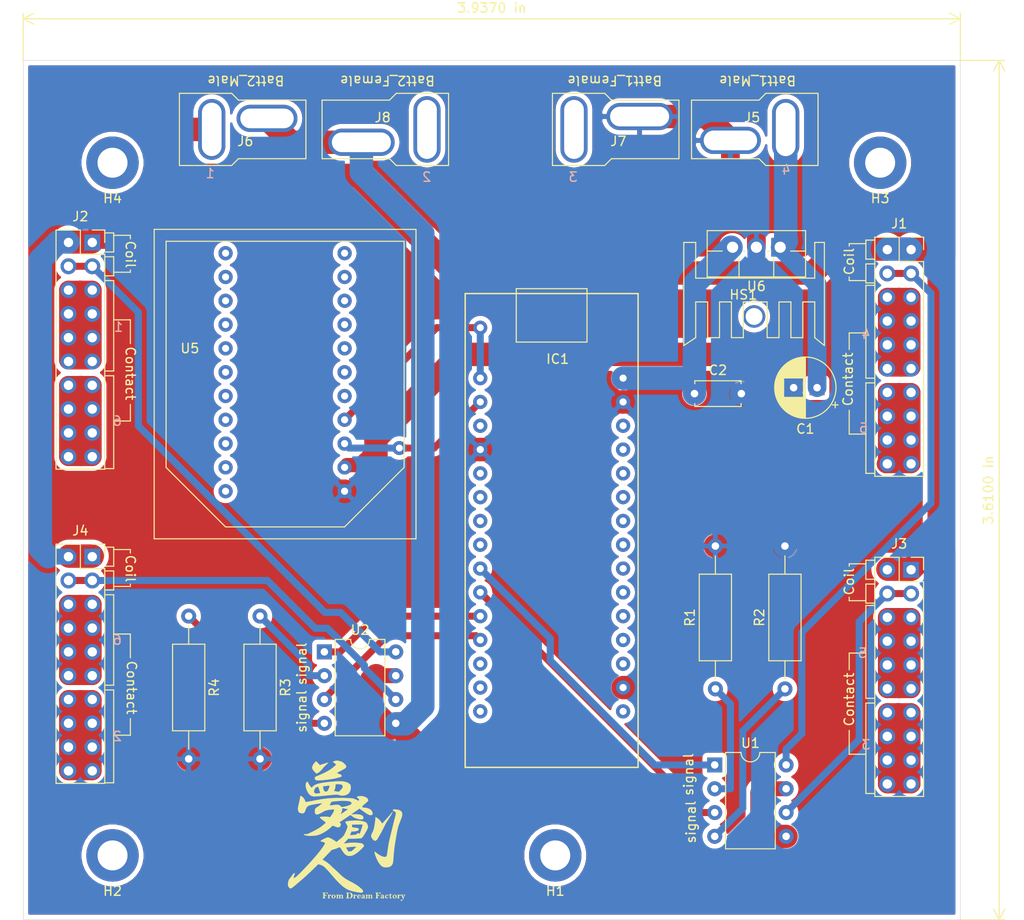
<source format=kicad_pcb>
(kicad_pcb (version 20171130) (host pcbnew "(5.1.0)-1")
  (layers (0 F.Cu signal) (31 B.Cu signal) (34 B.Paste user) (35 F.Paste user) (36 B.SilkS user) (37 F.SilkS user) (38 B.Mask user) (39 F.Mask user) (44 Edge.Cuts user))
  (net 0 "")
  (net 1 2cell)
  (net 2 GND)
  (net 3 +5V)
  (net 4 "Net-(IC1-Pad30)")
  (net 5 "Net-(IC1-Pad29)")
  (net 6 "Net-(IC1-Pad28)")
  (net 7 signal4)
  (net 8 signal3)
  (net 9 signal2)
  (net 10 signal1)
  (net 11 "Net-(IC1-Pad23)")
  (net 12 "Net-(IC1-Pad22)")
  (net 13 "Net-(IC1-Pad21)")
  (net 14 "Net-(IC1-Pad20)")
  (net 15 "Net-(IC1-Pad18)")
  (net 16 serial_rx)
  (net 17 serial_tx)
  (net 18 "Net-(IC1-Pad15)")
  (net 19 +3V3)
  (net 20 "Net-(IC1-Pad13)")
  (net 21 "Net-(IC1-Pad12)")
  (net 22 "Net-(IC1-Pad11)")
  (net 23 "Net-(IC1-Pad10)")
  (net 24 "Net-(IC1-Pad9)")
  (net 25 "Net-(IC1-Pad3)")
  (net 26 "Net-(IC1-Pad8)")
  (net 27 "Net-(IC1-Pad7)")
  (net 28 "Net-(IC1-Pad6)")
  (net 29 "Net-(IC1-Pad5)")
  (net 30 "Net-(IC1-Pad4)")
  (net 31 3cell)
  (net 32 coil1b)
  (net 33 coil3b)
  (net 34 2cell_out)
  (net 35 coil2b)
  (net 36 3cell_out)
  (net 37 coil4b)
  (net 38 GNDPWR)
  (net 39 "Net-(R1-Pad1)")
  (net 40 "Net-(R2-Pad1)")
  (net 41 "Net-(R3-Pad1)")
  (net 42 "Net-(R4-Pad1)")
  (net 43 "Net-(U5-Pad5)")
  (net 44 "Net-(U5-Pad6)")
  (net 45 "Net-(U5-Pad7)")
  (net 46 "Net-(U5-Pad8)")
  (net 47 "Net-(U5-Pad9)")
  (net 48 "Net-(U5-Pad10)")
  (net 49 "Net-(U5-Pad11)")
  (net 50 "Net-(U5-Pad12)")
  (net 51 "Net-(U5-Pad13)")
  (net 52 "Net-(U5-Pad14)")
  (net 53 "Net-(U5-Pad15)")
  (net 54 "Net-(U5-Pad16)")
  (net 55 "Net-(U5-Pad17)")
  (net 56 "Net-(U5-Pad18)")
  (net 57 "Net-(U5-Pad19)")
  (net 58 "Net-(U5-Pad20)")
  (net 59 "Net-(U5-Pad21)")
  (net 60 "Net-(U5-Pad22)")
  (net 61 contact1a)
  (net 62 contact1b)
  (net 63 contact2a)
  (net 64 contact2b)
  (net 65 contact3b)
  (net 66 contact3a)
  (net 67 contact4b)
  (net 68 contact4a)
  (module logos:musojin5 (layer F.Cu) (at 34.417 85.979)
    (fp_text reference G*** hide)
    (fp_text value LOGO hide)
  )
  (module Connector_PinSocket_2.54mm:PinSocket_2x10_P2.54mm_Vertical (layer F.Cu) (at 94.742 24.003)
    (fp_text reference J1 (at -1.27 -2.77) (layer F.SilkS))
    (fp_text value Conn_02x10_Odd_Even)
    (pad 1 thru_hole rect (at 0 0) (size 1.7 1.7) (drill 1) (layers *.Cu *.Mask) (net 31 3cell))
    (pad 2 thru_hole oval (at -2.54 0) (size 1.7 1.7) (drill 1) (layers *.Cu *.Mask) (net 31 3cell))
    (pad 3 thru_hole oval (at 0 2.54) (size 1.7 1.7) (drill 1) (layers *.Cu *.Mask) (net 32 coil1b))
    (pad 4 thru_hole oval (at -2.54 2.54) (size 1.7 1.7) (drill 1) (layers *.Cu *.Mask) (net 32 coil1b))
    (pad 5 thru_hole oval (at 0 5.08) (size 1.7 1.7) (drill 1) (layers *.Cu *.Mask) (net 61 contact1a))
    (pad 6 thru_hole oval (at -2.54 5.08) (size 1.7 1.7) (drill 1) (layers *.Cu *.Mask) (net 61 contact1a))
    (pad 7 thru_hole oval (at 0 7.62) (size 1.7 1.7) (drill 1) (layers *.Cu *.Mask) (net 61 contact1a))
    (pad 8 thru_hole oval (at -2.54 7.62) (size 1.7 1.7) (drill 1) (layers *.Cu *.Mask) (net 61 contact1a))
    (pad 9 thru_hole oval (at 0 10.16) (size 1.7 1.7) (drill 1) (layers *.Cu *.Mask) (net 61 contact1a))
    (pad 10 thru_hole oval (at -2.54 10.16) (size 1.7 1.7) (drill 1) (layers *.Cu *.Mask) (net 61 contact1a))
    (pad 11 thru_hole oval (at 0 12.7) (size 1.7 1.7) (drill 1) (layers *.Cu *.Mask) (net 61 contact1a))
    (pad 12 thru_hole oval (at -2.54 12.7) (size 1.7 1.7) (drill 1) (layers *.Cu *.Mask) (net 61 contact1a))
    (pad 13 thru_hole oval (at 0 15.24) (size 1.7 1.7) (drill 1) (layers *.Cu *.Mask) (net 62 contact1b))
    (pad 14 thru_hole oval (at -2.54 15.24) (size 1.7 1.7) (drill 1) (layers *.Cu *.Mask) (net 62 contact1b))
    (pad 15 thru_hole oval (at 0 17.78) (size 1.7 1.7) (drill 1) (layers *.Cu *.Mask) (net 62 contact1b))
    (pad 16 thru_hole oval (at -2.54 17.78) (size 1.7 1.7) (drill 1) (layers *.Cu *.Mask) (net 62 contact1b))
    (pad 17 thru_hole oval (at 0 20.32) (size 1.7 1.7) (drill 1) (layers *.Cu *.Mask) (net 62 contact1b))
    (pad 18 thru_hole oval (at -2.54 20.32) (size 1.7 1.7) (drill 1) (layers *.Cu *.Mask) (net 62 contact1b))
    (pad 19 thru_hole oval (at 0 22.86) (size 1.7 1.7) (drill 1) (layers *.Cu *.Mask) (net 62 contact1b))
    (pad 20 thru_hole oval (at -2.54 22.86) (size 1.7 1.7) (drill 1) (layers *.Cu *.Mask) (net 62 contact1b))
  )
  (module Capacitor_THT:CP_Radial_D6.3mm_P2.50mm (layer F.Cu) (at 84.709 38.735 180)
    (fp_text reference C1 (at 1.25 -4.4 180) (layer F.SilkS))
    (fp_text value CP1)
    (pad 1 thru_hole rect (at 0 0 180) (size 1.6 1.6) (drill 0.8) (layers *.Cu *.Mask) (net 1 2cell))
    (pad 2 thru_hole circle (at 2.5 0 180) (size 1.6 1.6) (drill 0.8) (layers *.Cu *.Mask) (net 2 GND))
  )
  (module Capacitor_THT:C_Disc_D4.7mm_W2.5mm_P5.00mm (layer F.Cu) (at 71.628 39.37)
    (fp_text reference C2 (at 2.5 -2.5) (layer F.SilkS))
    (fp_text value C)
    (pad 1 thru_hole circle (at 0 0) (size 1.6 1.6) (drill 0.8) (layers *.Cu *.Mask) (net 3 +5V))
    (pad 2 thru_hole circle (at 5 0) (size 1.6 1.6) (drill 0.8) (layers *.Cu *.Mask) (net 2 GND))
  )
  (module MountingHole:MountingHole_3.2mm_M3_DIN965_Pad (layer F.Cu) (at 56.769 88.646 180)
    (fp_text reference H1 (at 0 -3.8 180) (layer F.SilkS))
    (fp_text value MountingHole)
    (pad 1 thru_hole circle (at 0 0 180) (size 5.6 5.6) (drill 3.2) (layers *.Cu *.Mask))
  )
  (module MountingHole:MountingHole_3.2mm_M3_DIN965_Pad (layer F.Cu) (at 9.525 88.646 180)
    (fp_text reference H2 (at 0 -3.8 180) (layer F.SilkS))
    (fp_text value MountingHole)
    (pad 1 thru_hole circle (at 0 0 180) (size 5.6 5.6) (drill 3.2) (layers *.Cu *.Mask))
  )
  (module MountingHole:MountingHole_3.2mm_M3_DIN965_Pad (layer F.Cu) (at 91.44 14.732 180)
    (fp_text reference H3 (at 0 -3.8 180) (layer F.SilkS))
    (fp_text value MountingHole)
    (pad 1 thru_hole circle (at 0 0 180) (size 5.6 5.6) (drill 3.2) (layers *.Cu *.Mask))
  )
  (module MountingHole:MountingHole_3.2mm_M3_DIN965_Pad (layer F.Cu) (at 9.525 14.732 180)
    (fp_text reference H4 (at 0 -3.8 180) (layer F.SilkS))
    (fp_text value MountingHole)
    (pad 1 thru_hole circle (at 0 0 180) (size 5.6 5.6) (drill 3.2) (layers *.Cu *.Mask))
  )
  (module Heatsink_alpha:Heatsink1 (layer F.Cu) (at 70.487 23.237)
    (fp_text reference HS1 (at 6.35 5.58) (layer F.SilkS))
    (fp_text value Heatsink)
    (pad 1 thru_hole circle (at 7.5 7.9) (size 2.4 2.4) (drill 1.8) (layers *.Cu *.Mask))
  )
  (module NUCLEO3:NUCLEO-F303K8 (layer F.Cu) (at 64.008 37.719)
    (fp_text reference IC1 (at -6.985 -2.04) (layer F.SilkS))
    (fp_text value NUCLEO-F303K8)
    (pad 30 thru_hole circle (at -15.24 35.56) (size 1.524 1.524) (drill 0.762) (layers *.Cu *.Mask) (net 4 "Net-(IC1-Pad30)"))
    (pad 29 thru_hole circle (at -15.24 33.02) (size 1.524 1.524) (drill 0.762) (layers *.Cu *.Mask) (net 5 "Net-(IC1-Pad29)"))
    (pad 28 thru_hole circle (at -15.24 30.48) (size 1.524 1.524) (drill 0.762) (layers *.Cu *.Mask) (net 6 "Net-(IC1-Pad28)"))
    (pad 27 thru_hole circle (at -15.24 27.94) (size 1.524 1.524) (drill 0.762) (layers *.Cu *.Mask) (net 7 signal4))
    (pad 26 thru_hole circle (at -15.24 25.4) (size 1.524 1.524) (drill 0.762) (layers *.Cu *.Mask) (net 8 signal3))
    (pad 25 thru_hole circle (at -15.24 22.86) (size 1.524 1.524) (drill 0.762) (layers *.Cu *.Mask) (net 9 signal2))
    (pad 24 thru_hole circle (at -15.24 20.32) (size 1.524 1.524) (drill 0.762) (layers *.Cu *.Mask) (net 10 signal1))
    (pad 23 thru_hole circle (at -15.24 17.78) (size 1.524 1.524) (drill 0.762) (layers *.Cu *.Mask) (net 11 "Net-(IC1-Pad23)"))
    (pad 22 thru_hole circle (at -15.24 15.24) (size 1.524 1.524) (drill 0.762) (layers *.Cu *.Mask) (net 12 "Net-(IC1-Pad22)"))
    (pad 21 thru_hole circle (at -15.24 12.7) (size 1.524 1.524) (drill 0.762) (layers *.Cu *.Mask) (net 13 "Net-(IC1-Pad21)"))
    (pad 20 thru_hole circle (at -15.24 10.16) (size 1.524 1.524) (drill 0.762) (layers *.Cu *.Mask) (net 14 "Net-(IC1-Pad20)"))
    (pad 18 thru_hole circle (at -15.24 5.08) (size 1.524 1.524) (drill 0.762) (layers *.Cu *.Mask) (net 15 "Net-(IC1-Pad18)"))
    (pad 17 thru_hole circle (at -15.24 2.54) (size 1.524 1.524) (drill 0.762) (layers *.Cu *.Mask) (net 16 serial_rx))
    (pad 16 thru_hole circle (at -15.24 0) (size 1.524 1.524) (drill 0.762) (layers *.Cu *.Mask) (net 17 serial_tx))
    (pad 15 thru_hole circle (at 0 35.56) (size 1.524 1.524) (drill 0.762) (layers *.Cu *.Mask) (net 18 "Net-(IC1-Pad15)"))
    (pad 14 thru_hole circle (at 0 33.02) (size 1.524 1.524) (drill 0.762) (layers *.Cu *.Mask) (net 19 +3V3))
    (pad 13 thru_hole circle (at 0 30.48) (size 1.524 1.524) (drill 0.762) (layers *.Cu *.Mask) (net 20 "Net-(IC1-Pad13)"))
    (pad 12 thru_hole circle (at 0 27.94) (size 1.524 1.524) (drill 0.762) (layers *.Cu *.Mask) (net 21 "Net-(IC1-Pad12)"))
    (pad 11 thru_hole circle (at 0 25.4) (size 1.524 1.524) (drill 0.762) (layers *.Cu *.Mask) (net 22 "Net-(IC1-Pad11)"))
    (pad 10 thru_hole circle (at 0 22.86) (size 1.524 1.524) (drill 0.762) (layers *.Cu *.Mask) (net 23 "Net-(IC1-Pad10)"))
    (pad 9 thru_hole circle (at 0 20.32) (size 1.524 1.524) (drill 0.762) (layers *.Cu *.Mask) (net 24 "Net-(IC1-Pad9)"))
    (pad 1 thru_hole circle (at 0 0) (size 1.524 1.524) (drill 0.762) (layers *.Cu *.Mask) (net 3 +5V))
    (pad 2 thru_hole circle (at 0 2.54) (size 1.524 1.524) (drill 0.762) (layers *.Cu *.Mask) (net 2 GND))
    (pad 3 thru_hole circle (at 0 5.08) (size 1.524 1.524) (drill 0.762) (layers *.Cu *.Mask) (net 25 "Net-(IC1-Pad3)"))
    (pad 8 thru_hole circle (at 0 17.78) (size 1.524 1.524) (drill 0.762) (layers *.Cu *.Mask) (net 26 "Net-(IC1-Pad8)"))
    (pad 7 thru_hole circle (at 0 15.24) (size 1.524 1.524) (drill 0.762) (layers *.Cu *.Mask) (net 27 "Net-(IC1-Pad7)"))
    (pad 6 thru_hole circle (at 0 12.7) (size 1.524 1.524) (drill 0.762) (layers *.Cu *.Mask) (net 28 "Net-(IC1-Pad6)"))
    (pad 5 thru_hole circle (at 0 10.16) (size 1.524 1.524) (drill 0.762) (layers *.Cu *.Mask) (net 29 "Net-(IC1-Pad5)"))
    (pad 4 thru_hole circle (at 0 7.62) (size 1.524 1.524) (drill 0.762) (layers *.Cu *.Mask) (net 30 "Net-(IC1-Pad4)"))
    (pad 19 thru_hole circle (at -15.24 7.62) (size 1.524 1.524) (drill 0.762) (layers *.Cu *.Mask) (net 2 GND))
  )
  (module Connector_PinSocket_2.54mm:PinSocket_2x10_P2.54mm_Vertical (layer F.Cu) (at 7.366 23.241)
    (fp_text reference J2 (at -1.27 -2.77) (layer F.SilkS))
    (fp_text value Conn_02x10_Odd_Even)
    (pad 1 thru_hole rect (at 0 0) (size 1.7 1.7) (drill 1) (layers *.Cu *.Mask) (net 31 3cell))
    (pad 2 thru_hole oval (at -2.54 0) (size 1.7 1.7) (drill 1) (layers *.Cu *.Mask) (net 31 3cell))
    (pad 3 thru_hole oval (at 0 2.54) (size 1.7 1.7) (drill 1) (layers *.Cu *.Mask) (net 33 coil3b))
    (pad 4 thru_hole oval (at -2.54 2.54) (size 1.7 1.7) (drill 1) (layers *.Cu *.Mask) (net 33 coil3b))
    (pad 5 thru_hole oval (at 0 5.08) (size 1.7 1.7) (drill 1) (layers *.Cu *.Mask) (net 63 contact2a))
    (pad 6 thru_hole oval (at -2.54 5.08) (size 1.7 1.7) (drill 1) (layers *.Cu *.Mask) (net 63 contact2a))
    (pad 7 thru_hole oval (at 0 7.62) (size 1.7 1.7) (drill 1) (layers *.Cu *.Mask) (net 63 contact2a))
    (pad 8 thru_hole oval (at -2.54 7.62) (size 1.7 1.7) (drill 1) (layers *.Cu *.Mask) (net 63 contact2a))
    (pad 9 thru_hole oval (at 0 10.16) (size 1.7 1.7) (drill 1) (layers *.Cu *.Mask) (net 63 contact2a))
    (pad 10 thru_hole oval (at -2.54 10.16) (size 1.7 1.7) (drill 1) (layers *.Cu *.Mask) (net 63 contact2a))
    (pad 11 thru_hole oval (at 0 12.7) (size 1.7 1.7) (drill 1) (layers *.Cu *.Mask) (net 63 contact2a))
    (pad 12 thru_hole oval (at -2.54 12.7) (size 1.7 1.7) (drill 1) (layers *.Cu *.Mask) (net 63 contact2a))
    (pad 13 thru_hole oval (at 0 15.24) (size 1.7 1.7) (drill 1) (layers *.Cu *.Mask) (net 64 contact2b))
    (pad 14 thru_hole oval (at -2.54 15.24) (size 1.7 1.7) (drill 1) (layers *.Cu *.Mask) (net 64 contact2b))
    (pad 15 thru_hole oval (at 0 17.78) (size 1.7 1.7) (drill 1) (layers *.Cu *.Mask) (net 64 contact2b))
    (pad 16 thru_hole oval (at -2.54 17.78) (size 1.7 1.7) (drill 1) (layers *.Cu *.Mask) (net 64 contact2b))
    (pad 17 thru_hole oval (at 0 20.32) (size 1.7 1.7) (drill 1) (layers *.Cu *.Mask) (net 64 contact2b))
    (pad 18 thru_hole oval (at -2.54 20.32) (size 1.7 1.7) (drill 1) (layers *.Cu *.Mask) (net 64 contact2b))
    (pad 19 thru_hole oval (at 0 22.86) (size 1.7 1.7) (drill 1) (layers *.Cu *.Mask) (net 64 contact2b))
    (pad 20 thru_hole oval (at -2.54 22.86) (size 1.7 1.7) (drill 1) (layers *.Cu *.Mask) (net 64 contact2b))
  )
  (module Connector_PinSocket_2.54mm:PinSocket_2x10_P2.54mm_Vertical (layer F.Cu) (at 94.742 58.166)
    (fp_text reference J3 (at -1.27 -2.77) (layer F.SilkS))
    (fp_text value Conn_02x10_Odd_Even)
    (pad 20 thru_hole oval (at -2.54 22.86) (size 1.7 1.7) (drill 1) (layers *.Cu *.Mask) (net 65 contact3b))
    (pad 19 thru_hole oval (at 0 22.86) (size 1.7 1.7) (drill 1) (layers *.Cu *.Mask) (net 65 contact3b))
    (pad 18 thru_hole oval (at -2.54 20.32) (size 1.7 1.7) (drill 1) (layers *.Cu *.Mask) (net 65 contact3b))
    (pad 17 thru_hole oval (at 0 20.32) (size 1.7 1.7) (drill 1) (layers *.Cu *.Mask) (net 65 contact3b))
    (pad 16 thru_hole oval (at -2.54 17.78) (size 1.7 1.7) (drill 1) (layers *.Cu *.Mask) (net 65 contact3b))
    (pad 15 thru_hole oval (at 0 17.78) (size 1.7 1.7) (drill 1) (layers *.Cu *.Mask) (net 65 contact3b))
    (pad 14 thru_hole oval (at -2.54 15.24) (size 1.7 1.7) (drill 1) (layers *.Cu *.Mask) (net 65 contact3b))
    (pad 13 thru_hole oval (at 0 15.24) (size 1.7 1.7) (drill 1) (layers *.Cu *.Mask) (net 65 contact3b))
    (pad 12 thru_hole oval (at -2.54 12.7) (size 1.7 1.7) (drill 1) (layers *.Cu *.Mask) (net 66 contact3a))
    (pad 11 thru_hole oval (at 0 12.7) (size 1.7 1.7) (drill 1) (layers *.Cu *.Mask) (net 66 contact3a))
    (pad 10 thru_hole oval (at -2.54 10.16) (size 1.7 1.7) (drill 1) (layers *.Cu *.Mask) (net 66 contact3a))
    (pad 9 thru_hole oval (at 0 10.16) (size 1.7 1.7) (drill 1) (layers *.Cu *.Mask) (net 66 contact3a))
    (pad 8 thru_hole oval (at -2.54 7.62) (size 1.7 1.7) (drill 1) (layers *.Cu *.Mask) (net 66 contact3a))
    (pad 7 thru_hole oval (at 0 7.62) (size 1.7 1.7) (drill 1) (layers *.Cu *.Mask) (net 66 contact3a))
    (pad 6 thru_hole oval (at -2.54 5.08) (size 1.7 1.7) (drill 1) (layers *.Cu *.Mask) (net 66 contact3a))
    (pad 5 thru_hole oval (at 0 5.08) (size 1.7 1.7) (drill 1) (layers *.Cu *.Mask) (net 66 contact3a))
    (pad 4 thru_hole oval (at -2.54 2.54) (size 1.7 1.7) (drill 1) (layers *.Cu *.Mask) (net 35 coil2b))
    (pad 3 thru_hole oval (at 0 2.54) (size 1.7 1.7) (drill 1) (layers *.Cu *.Mask) (net 35 coil2b))
    (pad 2 thru_hole oval (at -2.54 0) (size 1.7 1.7) (drill 1) (layers *.Cu *.Mask) (net 31 3cell))
    (pad 1 thru_hole rect (at 0 0) (size 1.7 1.7) (drill 1) (layers *.Cu *.Mask) (net 31 3cell))
  )
  (module Connector_PinSocket_2.54mm:PinSocket_2x10_P2.54mm_Vertical (layer F.Cu) (at 7.366 56.769)
    (fp_text reference J4 (at -1.27 -2.77) (layer F.SilkS))
    (fp_text value Conn_02x10_Odd_Even)
    (pad 20 thru_hole oval (at -2.54 22.86) (size 1.7 1.7) (drill 1) (layers *.Cu *.Mask) (net 67 contact4b))
    (pad 19 thru_hole oval (at 0 22.86) (size 1.7 1.7) (drill 1) (layers *.Cu *.Mask) (net 67 contact4b))
    (pad 18 thru_hole oval (at -2.54 20.32) (size 1.7 1.7) (drill 1) (layers *.Cu *.Mask) (net 67 contact4b))
    (pad 17 thru_hole oval (at 0 20.32) (size 1.7 1.7) (drill 1) (layers *.Cu *.Mask) (net 67 contact4b))
    (pad 16 thru_hole oval (at -2.54 17.78) (size 1.7 1.7) (drill 1) (layers *.Cu *.Mask) (net 67 contact4b))
    (pad 15 thru_hole oval (at 0 17.78) (size 1.7 1.7) (drill 1) (layers *.Cu *.Mask) (net 67 contact4b))
    (pad 14 thru_hole oval (at -2.54 15.24) (size 1.7 1.7) (drill 1) (layers *.Cu *.Mask) (net 67 contact4b))
    (pad 13 thru_hole oval (at 0 15.24) (size 1.7 1.7) (drill 1) (layers *.Cu *.Mask) (net 67 contact4b))
    (pad 12 thru_hole oval (at -2.54 12.7) (size 1.7 1.7) (drill 1) (layers *.Cu *.Mask) (net 68 contact4a))
    (pad 11 thru_hole oval (at 0 12.7) (size 1.7 1.7) (drill 1) (layers *.Cu *.Mask) (net 68 contact4a))
    (pad 10 thru_hole oval (at -2.54 10.16) (size 1.7 1.7) (drill 1) (layers *.Cu *.Mask) (net 68 contact4a))
    (pad 9 thru_hole oval (at 0 10.16) (size 1.7 1.7) (drill 1) (layers *.Cu *.Mask) (net 68 contact4a))
    (pad 8 thru_hole oval (at -2.54 7.62) (size 1.7 1.7) (drill 1) (layers *.Cu *.Mask) (net 68 contact4a))
    (pad 7 thru_hole oval (at 0 7.62) (size 1.7 1.7) (drill 1) (layers *.Cu *.Mask) (net 68 contact4a))
    (pad 6 thru_hole oval (at -2.54 5.08) (size 1.7 1.7) (drill 1) (layers *.Cu *.Mask) (net 68 contact4a))
    (pad 5 thru_hole oval (at 0 5.08) (size 1.7 1.7) (drill 1) (layers *.Cu *.Mask) (net 68 contact4a))
    (pad 4 thru_hole oval (at -2.54 2.54) (size 1.7 1.7) (drill 1) (layers *.Cu *.Mask) (net 37 coil4b))
    (pad 3 thru_hole oval (at 0 2.54) (size 1.7 1.7) (drill 1) (layers *.Cu *.Mask) (net 37 coil4b))
    (pad 2 thru_hole oval (at -2.54 0) (size 1.7 1.7) (drill 1) (layers *.Cu *.Mask) (net 31 3cell))
    (pad 1 thru_hole rect (at 0 0) (size 1.7 1.7) (drill 1) (layers *.Cu *.Mask) (net 31 3cell))
  )
  (module Connector_T:Connector_T_Male (layer F.Cu) (at 82.86 11.176 180)
    (fp_text reference J5 (at 5.08 1.27 180) (layer F.SilkS))
    (fp_text value Conn_01x02_Male)
    (pad 2 thru_hole oval (at 7.4 -1.175 180) (size 6.5 2.9) (drill oval 5.7 2.1) (layers *.Cu *.Mask) (net 2 GND))
    (pad 1 thru_hole oval (at 1.5 0 180) (size 2.9 6.5) (drill oval 2.1 5.7) (layers *.Cu *.Mask) (net 1 2cell))
  )
  (module Connector_T:Connector_T_Male (layer F.Cu) (at 18.613 11.176)
    (fp_text reference J6 (at 5.08 1.27) (layer F.SilkS))
    (fp_text value Conn_01x02_Male)
    (pad 1 thru_hole oval (at 1.5 0) (size 2.9 6.5) (drill oval 2.1 5.7) (layers *.Cu *.Mask) (net 31 3cell))
    (pad 2 thru_hole oval (at 7.4 -1.175) (size 6.5 2.9) (drill oval 5.7 2.1) (layers *.Cu *.Mask) (net 38 GNDPWR))
  )
  (module Connector_T:Connector_T_Female (layer F.Cu) (at 58.42 11.176)
    (fp_text reference J7 (at 5.08 1.27) (layer F.SilkS))
    (fp_text value Conn_01x02_Female)
    (pad 2 thru_hole oval (at 7.35 -1.375) (size 7.1 2.9) (drill oval 6.3 2.1) (layers *.Cu *.Mask) (net 2 GND))
    (pad 1 thru_hole oval (at 0.35 0) (size 2.9 7.1) (drill oval 2.1 6.3) (layers *.Cu *.Mask) (net 34 2cell_out))
  )
  (module Connector_T:Connector_T_Female (layer F.Cu) (at 43.434 11.176 180)
    (fp_text reference J8 (at 5.08 1.27 180) (layer F.SilkS))
    (fp_text value Conn_01x02_Female)
    (pad 1 thru_hole oval (at 0.35 0 180) (size 2.9 7.1) (drill oval 2.1 6.3) (layers *.Cu *.Mask) (net 36 3cell_out))
    (pad 2 thru_hole oval (at 7.35 -1.375 180) (size 7.1 2.9) (drill oval 6.3 2.1) (layers *.Cu *.Mask) (net 38 GNDPWR))
  )
  (module Resistor_THT:R_Axial_DIN0309_L9.0mm_D3.2mm_P15.24mm_Horizontal (layer F.Cu) (at 73.857 70.876 90)
    (fp_text reference R1 (at 7.62 -2.72 90) (layer F.SilkS))
    (fp_text value R)
    (pad 1 thru_hole circle (at 0 0 90) (size 1.6 1.6) (drill 0.8) (layers *.Cu *.Mask) (net 39 "Net-(R1-Pad1)"))
    (pad 2 thru_hole oval (at 15.24 0 90) (size 1.6 1.6) (drill 0.8) (layers *.Cu *.Mask) (net 2 GND))
  )
  (module Resistor_THT:R_Axial_DIN0309_L9.0mm_D3.2mm_P15.24mm_Horizontal (layer F.Cu) (at 81.28 70.876 90)
    (fp_text reference R2 (at 7.62 -2.72 90) (layer F.SilkS))
    (fp_text value R)
    (pad 2 thru_hole oval (at 15.24 0 90) (size 1.6 1.6) (drill 0.8) (layers *.Cu *.Mask) (net 2 GND))
    (pad 1 thru_hole circle (at 0 0 90) (size 1.6 1.6) (drill 0.8) (layers *.Cu *.Mask) (net 40 "Net-(R2-Pad1)"))
  )
  (module Resistor_THT:R_Axial_DIN0309_L9.0mm_D3.2mm_P15.24mm_Horizontal (layer F.Cu) (at 25.267 63.109 270)
    (fp_text reference R3 (at 7.62 -2.72 270) (layer F.SilkS))
    (fp_text value R)
    (pad 1 thru_hole circle (at 0 0 270) (size 1.6 1.6) (drill 0.8) (layers *.Cu *.Mask) (net 41 "Net-(R3-Pad1)"))
    (pad 2 thru_hole oval (at 15.24 0 270) (size 1.6 1.6) (drill 0.8) (layers *.Cu *.Mask) (net 2 GND))
  )
  (module Resistor_THT:R_Axial_DIN0309_L9.0mm_D3.2mm_P15.24mm_Horizontal (layer F.Cu) (at 17.653 63.109 270)
    (fp_text reference R4 (at 7.62 -2.72 270) (layer F.SilkS))
    (fp_text value R)
    (pad 2 thru_hole oval (at 15.24 0 270) (size 1.6 1.6) (drill 0.8) (layers *.Cu *.Mask) (net 2 GND))
    (pad 1 thru_hole circle (at 0 0 270) (size 1.6 1.6) (drill 0.8) (layers *.Cu *.Mask) (net 42 "Net-(R4-Pad1)"))
  )
  (module xbee:xbee_pro_s1 (layer F.Cu) (at 33.02 51.054 180)
    (fp_text reference U5 (at 15.24 16.51 180) (layer F.SilkS))
    (fp_text value xbeepros1)
    (pad 1 thru_hole circle (at -1.27 1.27 180) (size 1.524 1.524) (drill 0.762) (layers *.Cu *.Mask) (net 2 GND))
    (pad 2 thru_hole circle (at -1.27 3.81 180) (size 1.524 1.524) (drill 0.762) (layers *.Cu *.Mask) (net 19 +3V3))
    (pad 3 thru_hole circle (at -1.27 6.35 180) (size 1.524 1.524) (drill 0.762) (layers *.Cu *.Mask) (net 16 serial_rx))
    (pad 4 thru_hole circle (at -1.27 8.89 180) (size 1.524 1.524) (drill 0.762) (layers *.Cu *.Mask) (net 17 serial_tx))
    (pad 5 thru_hole circle (at -1.27 11.43 180) (size 1.524 1.524) (drill 0.762) (layers *.Cu *.Mask) (net 43 "Net-(U5-Pad5)"))
    (pad 6 thru_hole circle (at -1.27 13.97 180) (size 1.524 1.524) (drill 0.762) (layers *.Cu *.Mask) (net 44 "Net-(U5-Pad6)"))
    (pad 7 thru_hole circle (at -1.27 16.51 180) (size 1.524 1.524) (drill 0.762) (layers *.Cu *.Mask) (net 45 "Net-(U5-Pad7)"))
    (pad 8 thru_hole circle (at -1.27 19.05 180) (size 1.524 1.524) (drill 0.762) (layers *.Cu *.Mask) (net 46 "Net-(U5-Pad8)"))
    (pad 9 thru_hole circle (at -1.27 21.59 180) (size 1.524 1.524) (drill 0.762) (layers *.Cu *.Mask) (net 47 "Net-(U5-Pad9)"))
    (pad 10 thru_hole circle (at -1.27 24.13 180) (size 1.524 1.524) (drill 0.762) (layers *.Cu *.Mask) (net 48 "Net-(U5-Pad10)"))
    (pad 11 thru_hole circle (at -1.27 26.67 180) (size 1.524 1.524) (drill 0.762) (layers *.Cu *.Mask) (net 49 "Net-(U5-Pad11)"))
    (pad 12 thru_hole circle (at 11.43 26.67 180) (size 1.524 1.524) (drill 0.762) (layers *.Cu *.Mask) (net 50 "Net-(U5-Pad12)"))
    (pad 13 thru_hole circle (at 11.43 24.13 180) (size 1.524 1.524) (drill 0.762) (layers *.Cu *.Mask) (net 51 "Net-(U5-Pad13)"))
    (pad 14 thru_hole circle (at 11.43 21.59 180) (size 1.524 1.524) (drill 0.762) (layers *.Cu *.Mask) (net 52 "Net-(U5-Pad14)"))
    (pad 15 thru_hole circle (at 11.43 19.05 180) (size 1.524 1.524) (drill 0.762) (layers *.Cu *.Mask) (net 53 "Net-(U5-Pad15)"))
    (pad 16 thru_hole circle (at 11.43 16.51 180) (size 1.524 1.524) (drill 0.762) (layers *.Cu *.Mask) (net 54 "Net-(U5-Pad16)"))
    (pad 17 thru_hole circle (at 11.43 13.97 180) (size 1.524 1.524) (drill 0.762) (layers *.Cu *.Mask) (net 55 "Net-(U5-Pad17)"))
    (pad 18 thru_hole circle (at 11.43 11.43 180) (size 1.524 1.524) (drill 0.762) (layers *.Cu *.Mask) (net 56 "Net-(U5-Pad18)"))
    (pad 19 thru_hole circle (at 11.43 8.89 180) (size 1.524 1.524) (drill 0.762) (layers *.Cu *.Mask) (net 57 "Net-(U5-Pad19)"))
    (pad 20 thru_hole circle (at 11.43 6.35 180) (size 1.524 1.524) (drill 0.762) (layers *.Cu *.Mask) (net 58 "Net-(U5-Pad20)"))
    (pad 21 thru_hole circle (at 11.43 3.81 180) (size 1.524 1.524) (drill 0.762) (layers *.Cu *.Mask) (net 59 "Net-(U5-Pad21)"))
    (pad 22 thru_hole circle (at 11.43 1.27 180) (size 1.524 1.524) (drill 0.762) (layers *.Cu *.Mask) (net 60 "Net-(U5-Pad22)"))
  )
  (module Package_TO_SOT_THT:TO-220F-3_Vertical (layer F.Cu) (at 80.772 23.749 180)
    (fp_text reference U6 (at 2.54 -4.1675 180) (layer F.SilkS))
    (fp_text value L7805)
    (pad 1 thru_hole rect (at 0 0 180) (size 1.905 2) (drill 1.2) (layers *.Cu *.Mask) (net 1 2cell))
    (pad 2 thru_hole oval (at 2.54 0 180) (size 1.905 2) (drill 1.2) (layers *.Cu *.Mask) (net 2 GND))
    (pad 3 thru_hole oval (at 5.08 0 180) (size 1.905 2) (drill 1.2) (layers *.Cu *.Mask) (net 3 +5V))
  )
  (module Package_DIP:DIP-8_W7.62mm (layer F.Cu) (at 32.131 66.929)
    (fp_text reference U2 (at 3.81 -2.33) (layer F.SilkS))
    (fp_text value TLP627-2)
    (pad 1 thru_hole rect (at 0 0) (size 1.6 1.6) (drill 0.8) (layers *.Cu *.Mask) (net 8 signal3))
    (pad 5 thru_hole oval (at 7.62 7.62) (size 1.6 1.6) (drill 0.8) (layers *.Cu *.Mask) (net 38 GNDPWR))
    (pad 2 thru_hole oval (at 0 2.54) (size 1.6 1.6) (drill 0.8) (layers *.Cu *.Mask) (net 41 "Net-(R3-Pad1)"))
    (pad 6 thru_hole oval (at 7.62 5.08) (size 1.6 1.6) (drill 0.8) (layers *.Cu *.Mask) (net 37 coil4b))
    (pad 3 thru_hole oval (at 0 5.08) (size 1.6 1.6) (drill 0.8) (layers *.Cu *.Mask) (net 7 signal4))
    (pad 7 thru_hole oval (at 7.62 2.54) (size 1.6 1.6) (drill 0.8) (layers *.Cu *.Mask) (net 38 GNDPWR))
    (pad 4 thru_hole oval (at 0 7.62) (size 1.6 1.6) (drill 0.8) (layers *.Cu *.Mask) (net 42 "Net-(R4-Pad1)"))
    (pad 8 thru_hole oval (at 7.62 0) (size 1.6 1.6) (drill 0.8) (layers *.Cu *.Mask) (net 33 coil3b))
  )
  (module Package_DIP:DIP-8_W7.62mm (layer F.Cu) (at 73.787 78.994)
    (fp_text reference U1 (at 3.81 -2.33) (layer F.SilkS))
    (fp_text value TLP627-2)
    (pad 1 thru_hole rect (at 0 0) (size 1.6 1.6) (drill 0.8) (layers *.Cu *.Mask) (net 10 signal1))
    (pad 5 thru_hole oval (at 7.62 7.62) (size 1.6 1.6) (drill 0.8) (layers *.Cu *.Mask) (net 38 GNDPWR))
    (pad 2 thru_hole oval (at 0 2.54) (size 1.6 1.6) (drill 0.8) (layers *.Cu *.Mask) (net 39 "Net-(R1-Pad1)"))
    (pad 6 thru_hole oval (at 7.62 5.08) (size 1.6 1.6) (drill 0.8) (layers *.Cu *.Mask) (net 35 coil2b))
    (pad 3 thru_hole oval (at 0 5.08) (size 1.6 1.6) (drill 0.8) (layers *.Cu *.Mask) (net 9 signal2))
    (pad 7 thru_hole oval (at 7.62 2.54) (size 1.6 1.6) (drill 0.8) (layers *.Cu *.Mask) (net 38 GNDPWR))
    (pad 4 thru_hole oval (at 0 7.62) (size 1.6 1.6) (drill 0.8) (layers *.Cu *.Mask) (net 40 "Net-(R2-Pad1)"))
    (pad 8 thru_hole oval (at 7.62 0) (size 1.6 1.6) (drill 0.8) (layers *.Cu *.Mask) (net 32 coil1b))
  )
  (dimension 91.694 (width 0.12) (layer F.SilkS) (gr_text "91.694 mm" (at 105.41 49.657 270) (layer F.SilkS) (effects (font (size 1 1) (thickness 0.15)))) (feature1 (pts (xy 100 95.504) (xy 104.726421 95.504))) (feature2 (pts (xy 100 3.81) (xy 104.726421 3.81))) (crossbar (pts (xy 104.14 3.81) (xy 104.14 95.504))) (arrow1a (pts (xy 104.14 95.504) (xy 103.553579 94.377496))) (arrow1b (pts (xy 104.14 95.504) (xy 104.726421 94.377496))) (arrow2a (pts (xy 104.14 3.81) (xy 103.553579 4.936504))) (arrow2b (pts (xy 104.14 3.81) (xy 104.726421 4.936504))))
  (dimension 100 (width 0.12) (layer F.SilkS) (gr_text "100.000 mm" (at 50 -1.905) (layer F.SilkS) (effects (font (size 1 1) (thickness 0.15)))) (feature1 (pts (xy 100 3.81) (xy 100 -1.221421))) (feature2 (pts (xy 0 3.81) (xy 0 -1.221421))) (crossbar (pts (xy 0 -0.635) (xy 100 -0.635))) (arrow1a (pts (xy 100 -0.635) (xy 98.873496 -0.048579))) (arrow1b (pts (xy 100 -0.635) (xy 98.873496 -1.221421))) (arrow2a (pts (xy 0 -0.635) (xy 1.126504 -0.048579))) (arrow2b (pts (xy 0 -0.635) (xy 1.126504 -1.221421))))
  (gr_text 2 (at 10.033 75.946) (layer B.SilkS) (effects (font (size 1 1)) (justify mirror)))
  (gr_text 1 (at 10.16 32.258) (layer B.SilkS) (effects (font (size 1 1)) (justify mirror)))
  (gr_text 3 (at 89.916 76.835) (layer B.SilkS) (effects (font (size 1 1)) (justify mirror)))
  (gr_text 4 (at 89.916 33.02) (layer B.SilkS) (effects (font (size 1 1)) (justify mirror)))
  (gr_text 5 (at 89.535 67.056) (layer B.SilkS) (effects (font (size 1 1)) (justify mirror)))
  (gr_text 6 (at 10.033 42.291) (layer B.SilkS) (effects (font (size 1 1)) (justify mirror)))
  (gr_text 6 (at 10.033 65.659) (layer B.SilkS) (effects (font (size 1 1)) (justify mirror)))
  (gr_text 5 (at 89.662 43.053) (layer B.SilkS) (effects (font (size 1 1)) (justify mirror)))
  (gr_text 4 (at 81.407 15.494) (layer B.SilkS) (effects (font (size 1 1)) (justify mirror)))
  (gr_text 3 (at 58.674 16.256) (layer B.SilkS) (effects (font (size 1 1)) (justify mirror)))
  (gr_text 2 (at 43.053 16.256) (layer B.SilkS) (effects (font (size 1 1)) (justify mirror)))
  (gr_text 1 (at 19.939 15.875) (layer B.SilkS) (effects (font (size 1 1)) (justify mirror)))
  (gr_text signal (at 29.718 73.279 90) (layer F.SilkS) (effects (font (size 1 1))))
  (gr_text signal (at 71.247 85.09 90) (layer F.SilkS) (effects (font (size 1 1))))
  (gr_text signal (at 70.993 80.01 90) (layer F.SilkS) (effects (font (size 1 1))))
  (gr_text signal (at 29.718 68.199 90) (layer F.SilkS) (effects (font (size 1 1))))
  (gr_line (start 89.916 61.722) (end 89.916 59.69) (layer F.SilkS) (width 0.12))
  (gr_line (start 90.805 59.182) (end 89.916 59.182) (layer F.SilkS) (width 0.12))
  (gr_line (start 89.916 59.182) (end 89.916 57.15) (layer F.SilkS) (width 0.12))
  (gr_line (start 89.916 61.468) (end 88.138 61.468) (layer F.SilkS) (width 0.12))
  (gr_line (start 89.916 57.531) (end 88.138 57.531) (layer F.SilkS) (width 0.12))
  (gr_line (start 88.138 57.531) (end 88.138 57.785) (layer F.SilkS) (width 0.12))
  (gr_line (start 89.916 59.69) (end 90.805 59.69) (layer F.SilkS) (width 0.12))
  (gr_line (start 89.916 57.15) (end 90.805 57.15) (layer F.SilkS) (width 0.12))
  (gr_line (start 90.805 61.722) (end 89.916 61.722) (layer F.SilkS) (width 0.12))
  (gr_line (start 88.138 61.468) (end 88.138 61.087) (layer F.SilkS) (width 0.12))
  (gr_text Coil (at 88.138 59.436 90) (layer F.SilkS) (effects (font (size 1 1))))
  (gr_line (start 89.916 27.559) (end 89.916 25.527) (layer F.SilkS) (width 0.12))
  (gr_line (start 90.805 25.019) (end 89.916 25.019) (layer F.SilkS) (width 0.12))
  (gr_line (start 89.916 25.019) (end 89.916 22.987) (layer F.SilkS) (width 0.12))
  (gr_line (start 89.916 27.305) (end 88.138 27.305) (layer F.SilkS) (width 0.12))
  (gr_line (start 89.916 23.368) (end 88.138 23.368) (layer F.SilkS) (width 0.12))
  (gr_line (start 88.138 23.368) (end 88.138 23.622) (layer F.SilkS) (width 0.12))
  (gr_line (start 89.916 25.527) (end 90.805 25.527) (layer F.SilkS) (width 0.12))
  (gr_line (start 89.916 22.987) (end 90.805 22.987) (layer F.SilkS) (width 0.12))
  (gr_line (start 90.805 27.559) (end 89.916 27.559) (layer F.SilkS) (width 0.12))
  (gr_line (start 88.138 27.305) (end 88.138 26.924) (layer F.SilkS) (width 0.12))
  (gr_text Coil (at 88.138 25.273 90) (layer F.SilkS) (effects (font (size 1 1))))
  (gr_line (start 9.652 55.753) (end 9.652 57.785) (layer F.SilkS) (width 0.12))
  (gr_line (start 8.763 58.293) (end 9.652 58.293) (layer F.SilkS) (width 0.12))
  (gr_line (start 9.652 58.293) (end 9.652 60.325) (layer F.SilkS) (width 0.12))
  (gr_line (start 9.652 56.007) (end 11.43 56.007) (layer F.SilkS) (width 0.12))
  (gr_line (start 9.652 59.944) (end 11.43 59.944) (layer F.SilkS) (width 0.12))
  (gr_line (start 11.43 59.944) (end 11.43 59.69) (layer F.SilkS) (width 0.12))
  (gr_line (start 9.652 57.785) (end 8.763 57.785) (layer F.SilkS) (width 0.12))
  (gr_line (start 9.652 60.325) (end 8.763 60.325) (layer F.SilkS) (width 0.12))
  (gr_line (start 8.763 55.753) (end 9.652 55.753) (layer F.SilkS) (width 0.12))
  (gr_line (start 11.43 56.007) (end 11.43 56.388) (layer F.SilkS) (width 0.12))
  (gr_text Coil (at 11.43 58.039 270) (layer F.SilkS) (effects (font (size 1 1))))
  (gr_line (start 11.43 22.479) (end 11.43 22.86) (layer F.SilkS) (width 0.12))
  (gr_line (start 9.652 22.479) (end 11.43 22.479) (layer F.SilkS) (width 0.12))
  (gr_line (start 11.43 26.416) (end 11.43 26.162) (layer F.SilkS) (width 0.12))
  (gr_line (start 9.652 26.416) (end 11.43 26.416) (layer F.SilkS) (width 0.12))
  (gr_line (start 9.652 26.797) (end 8.763 26.797) (layer F.SilkS) (width 0.12))
  (gr_line (start 9.652 24.765) (end 9.652 26.797) (layer F.SilkS) (width 0.12))
  (gr_line (start 8.763 24.765) (end 9.652 24.765) (layer F.SilkS) (width 0.12))
  (gr_line (start 9.652 24.257) (end 8.763 24.257) (layer F.SilkS) (width 0.12))
  (gr_line (start 9.652 22.225) (end 9.652 24.257) (layer F.SilkS) (width 0.12))
  (gr_line (start 8.763 22.225) (end 9.652 22.225) (layer F.SilkS) (width 0.12))
  (gr_line (start 89.916 37.719) (end 89.916 27.813) (layer F.SilkS) (width 0.12))
  (gr_line (start 88.138 32.893) (end 88.138 34.671) (layer F.SilkS) (width 0.12))
  (gr_line (start 89.916 43.688) (end 88.138 43.688) (layer F.SilkS) (width 0.12))
  (gr_line (start 89.916 27.813) (end 90.805 27.813) (layer F.SilkS) (width 0.12))
  (gr_line (start 89.916 38.227) (end 90.805 38.227) (layer F.SilkS) (width 0.12))
  (gr_line (start 90.805 47.879) (end 89.916 47.879) (layer F.SilkS) (width 0.12))
  (gr_line (start 90.805 37.719) (end 89.916 37.719) (layer F.SilkS) (width 0.12))
  (gr_line (start 89.916 32.893) (end 88.138 32.893) (layer F.SilkS) (width 0.12))
  (gr_line (start 89.916 47.879) (end 89.916 38.227) (layer F.SilkS) (width 0.12))
  (gr_line (start 88.138 43.688) (end 88.138 41.148) (layer F.SilkS) (width 0.12))
  (gr_line (start 89.916 71.882) (end 89.916 61.976) (layer F.SilkS) (width 0.12))
  (gr_line (start 88.138 67.056) (end 88.138 68.834) (layer F.SilkS) (width 0.12))
  (gr_line (start 89.916 77.851) (end 88.138 77.851) (layer F.SilkS) (width 0.12))
  (gr_line (start 89.916 61.976) (end 90.805 61.976) (layer F.SilkS) (width 0.12))
  (gr_line (start 89.916 72.39) (end 90.805 72.39) (layer F.SilkS) (width 0.12))
  (gr_line (start 90.805 82.042) (end 89.916 82.042) (layer F.SilkS) (width 0.12))
  (gr_line (start 90.805 71.882) (end 89.916 71.882) (layer F.SilkS) (width 0.12))
  (gr_line (start 89.916 67.056) (end 88.138 67.056) (layer F.SilkS) (width 0.12))
  (gr_line (start 89.916 82.042) (end 89.916 72.39) (layer F.SilkS) (width 0.12))
  (gr_line (start 88.138 77.851) (end 88.138 75.311) (layer F.SilkS) (width 0.12))
  (gr_line (start 9.652 70.993) (end 9.652 80.899) (layer F.SilkS) (width 0.12))
  (gr_line (start 11.43 75.819) (end 11.43 74.041) (layer F.SilkS) (width 0.12))
  (gr_line (start 9.652 65.024) (end 11.43 65.024) (layer F.SilkS) (width 0.12))
  (gr_line (start 9.652 80.899) (end 8.763 80.899) (layer F.SilkS) (width 0.12))
  (gr_line (start 9.652 70.485) (end 8.763 70.485) (layer F.SilkS) (width 0.12))
  (gr_line (start 8.763 60.833) (end 9.652 60.833) (layer F.SilkS) (width 0.12))
  (gr_line (start 8.763 70.993) (end 9.652 70.993) (layer F.SilkS) (width 0.12))
  (gr_line (start 9.652 75.819) (end 11.43 75.819) (layer F.SilkS) (width 0.12))
  (gr_line (start 9.652 60.833) (end 9.652 70.485) (layer F.SilkS) (width 0.12))
  (gr_line (start 11.43 65.024) (end 11.43 67.564) (layer F.SilkS) (width 0.12))
  (gr_line (start 11.43 42.291) (end 11.43 40.513) (layer F.SilkS) (width 0.12))
  (gr_line (start 9.652 42.291) (end 11.43 42.291) (layer F.SilkS) (width 0.12))
  (gr_line (start 11.43 31.496) (end 11.43 34.036) (layer F.SilkS) (width 0.12))
  (gr_line (start 9.652 31.496) (end 11.43 31.496) (layer F.SilkS) (width 0.12))
  (gr_line (start 9.652 47.371) (end 8.763 47.371) (layer F.SilkS) (width 0.12))
  (gr_line (start 9.652 37.465) (end 9.652 47.371) (layer F.SilkS) (width 0.12))
  (gr_line (start 8.763 37.465) (end 9.652 37.465) (layer F.SilkS) (width 0.12))
  (gr_line (start 9.652 36.957) (end 8.763 36.957) (layer F.SilkS) (width 0.12))
  (gr_line (start 9.652 27.305) (end 9.652 36.957) (layer F.SilkS) (width 0.12))
  (gr_line (start 8.763 27.305) (end 9.652 27.305) (layer F.SilkS) (width 0.12))
  (gr_text Contact (at 88.011 37.846 90) (layer F.SilkS) (effects (font (size 1 1))))
  (gr_text Contact (at 88.138 72.009 90) (layer F.SilkS) (effects (font (size 1 1))))
  (gr_text Contact (at 11.557 70.739 270) (layer F.SilkS) (effects (font (size 1 1))))
  (gr_text Contact (at 11.43 37.211 270) (layer F.SilkS) (effects (font (size 1 1))))
  (gr_text Coil (at 11.43 24.511 270) (layer F.SilkS) (effects (font (size 1 1))))
  (gr_text Batt2_Female (at 38.862 5.969 180) (layer F.SilkS) (effects (font (size 1 1))))
  (gr_text Batt2_Male (at 23.749 5.969 180) (layer F.SilkS) (effects (font (size 1 1))))
  (gr_text Batt1_Female (at 63.119 5.969 180) (layer F.SilkS) (effects (font (size 1 1))))
  (gr_text Batt1_Male (at 78.359 5.969 180) (layer F.SilkS) (effects (font (size 1 1))))
  (gr_line (start 100 95.504) (end 0 95.504) (layer Edge.Cuts) (width 0.05))
  (gr_line (start 100 95.504) (end 100 3.81) (layer Edge.Cuts) (width 0.05))
  (gr_line (start 0 3.81) (end 100 3.81) (layer Edge.Cuts) (width 0.05))
  (gr_line (start 0 3.81) (end 0 95.504) (layer Edge.Cuts) (width 0.05))
  (segment (start 81.4369 23.0841) (end 81.36 23.0072) (width 2.5) (layer B.Cu) (net 1))
  (segment (start 81.36 23.0072) (end 81.36 11.176) (width 2.5) (layer B.Cu) (net 1))
  (segment (start 81.4369 23.0841) (end 80.772 23.749) (width 1.9048) (layer B.Cu) (net 1))
  (segment (start 84.709 38.735) (end 84.709 27.686) (width 2) (layer B.Cu) (net 1))
  (segment (start 84.709 27.686) (end 80.772 23.749) (width 2) (layer B.Cu) (net 1))
  (segment (start 65.77 9.801) (end 72.91 9.801) (width 2.5) (layer F.Cu) (net 2))
  (segment (start 72.91 9.801) (end 75.46 12.351) (width 2.5) (layer F.Cu) (net 2))
  (segment (start 81.9444 38.735) (end 81.9444 30.2089) (width 2.5) (layer B.Cu) (net 2))
  (segment (start 81.9444 30.2089) (end 78.232 26.4965) (width 2.5) (layer B.Cu) (net 2))
  (segment (start 81.8213 39.1227) (end 81.9444 38.9996) (width 2.5) (layer B.Cu) (net 2))
  (segment (start 81.9444 38.9996) (end 81.9444 38.735) (width 2.5) (layer B.Cu) (net 2))
  (segment (start 81.9444 38.735) (end 82.209 38.735) (width 1.5998) (layer B.Cu) (net 2))
  (segment (start 78.232 26.4965) (end 78.232 23.749) (width 1.9048) (layer B.Cu) (net 2))
  (segment (start 81.4336 39.5104) (end 81.8213 39.1227) (width 1.5998) (layer B.Cu) (net 2))
  (segment (start 81.28 39.664) (end 81.4336 39.5104) (width 2.5) (layer B.Cu) (net 2))
  (segment (start 81.28 55.636) (end 81.28 39.664) (width 2.5) (layer B.Cu) (net 2))
  (segment (start 76.628 39.37) (end 80.986 39.37) (width 2.5) (layer B.Cu) (net 2))
  (segment (start 80.986 39.37) (end 81.28 39.664) (width 2.5) (layer B.Cu) (net 2))
  (segment (start 34.29 49.784) (end 34.5063 50.0003) (width 2.5) (layer F.Cu) (net 2))
  (segment (start 34.5063 50.0003) (end 42.7251 50.0003) (width 2.5) (layer F.Cu) (net 2))
  (segment (start 42.7251 50.0003) (end 47.3864 45.339) (width 2.5) (layer F.Cu) (net 2))
  (segment (start 47.3864 45.339) (end 48.768 45.339) (width 2.5) (layer F.Cu) (net 2))
  (segment (start 64.008 40.259) (end 66.2002 40.259) (width 2.5) (layer F.Cu) (net 2))
  (segment (start 66.2002 40.259) (end 67.8616 41.9204) (width 2.5) (layer F.Cu) (net 2))
  (segment (start 67.8616 41.9204) (end 74.0776 41.9204) (width 2.5) (layer F.Cu) (net 2))
  (segment (start 74.0776 41.9204) (end 76.628 39.37) (width 2.5) (layer F.Cu) (net 2))
  (segment (start 48.768 45.339) (end 51.4934 45.339) (width 2.5) (layer F.Cu) (net 2))
  (segment (start 51.4934 45.339) (end 56.5734 40.259) (width 2.5) (layer F.Cu) (net 2))
  (segment (start 56.5734 40.259) (end 64.008 40.259) (width 2.5) (layer F.Cu) (net 2))
  (segment (start 17.653 78.349) (end 17.653 75.7987) (width 2.5) (layer F.Cu) (net 2))
  (segment (start 17.653 75.7987) (end 15.0932 73.2389) (width 2.5) (layer F.Cu) (net 2))
  (segment (start 15.0932 73.2389) (end 15.0932 61.9774) (width 2.5) (layer F.Cu) (net 2))
  (segment (start 15.0932 61.9774) (end 27.2866 49.784) (width 2.5) (layer F.Cu) (net 2))
  (segment (start 27.2866 49.784) (end 34.29 49.784) (width 2.5) (layer F.Cu) (net 2))
  (segment (start 17.653 78.349) (end 25.267 78.349) (width 2.5) (layer F.Cu) (net 2))
  (segment (start 81.28 55.636) (end 73.857 55.636) (width 2.5) (layer F.Cu) (net 2))
  (segment (start 75.46 15.801) (end 78.232 18.573) (width 2) (layer F.Cu) (net 2))
  (segment (start 75.46 12.351) (end 75.46 15.801) (width 2) (layer F.Cu) (net 2))
  (segment (start 78.232 18.573) (end 78.232 23.74939) (width 2) (layer F.Cu) (net 2))
  (segment (start 71.628 37.719) (end 71.628 39.37) (width 2.5) (layer B.Cu) (net 3))
  (segment (start 75.529 23.749) (end 71.6281 27.6499) (width 2.5) (layer B.Cu) (net 3))
  (segment (start 71.6281 27.6499) (end 71.6281 37.719) (width 2.5) (layer B.Cu) (net 3))
  (segment (start 71.6281 37.719) (end 71.628 37.719) (width 2.5) (layer B.Cu) (net 3))
  (segment (start 64.008 37.719) (end 71.628 37.719) (width 2.5) (layer B.Cu) (net 3))
  (segment (start 75.529 23.749) (end 75.692 23.749) (width 1.9048) (layer B.Cu) (net 3))
  (segment (start 32.131 72.009) (end 32.131 71.8965) (width 0.75) (layer F.Cu) (net 7))
  (segment (start 32.131 71.8965) (end 38.8198 65.2077) (width 0.75) (layer F.Cu) (net 7))
  (segment (start 38.8198 65.2077) (end 48.3167 65.2077) (width 0.75) (layer F.Cu) (net 7))
  (segment (start 48.3167 65.2077) (end 48.768 65.659) (width 0.75) (layer F.Cu) (net 7))
  (segment (start 32.131 66.929) (end 33.8063 66.929) (width 0.75) (layer F.Cu) (net 8))
  (segment (start 33.8063 66.929) (end 37.6163 63.119) (width 0.75) (layer F.Cu) (net 8))
  (segment (start 37.6163 63.119) (end 48.768 63.119) (width 0.75) (layer F.Cu) (net 8))
  (segment (start 73.787 84.074) (end 72.1117 84.074) (width 0.75) (layer F.Cu) (net 9))
  (segment (start 72.1117 84.074) (end 72.1117 83.9227) (width 0.75) (layer F.Cu) (net 9))
  (segment (start 72.1117 83.9227) (end 48.768 60.579) (width 0.75) (layer F.Cu) (net 9))
  (segment (start 73.787 78.994) (end 67.3918 78.994) (width 0.75) (layer B.Cu) (net 10))
  (segment (start 67.3918 78.994) (end 56.2302 67.8324) (width 0.75) (layer B.Cu) (net 10))
  (segment (start 56.2302 67.8324) (end 56.2302 65.5012) (width 0.75) (layer B.Cu) (net 10))
  (segment (start 56.2302 65.5012) (end 48.768 58.039) (width 0.75) (layer B.Cu) (net 10))
  (segment (start 40.1366 45.1797) (end 34.7657 45.1797) (width 0.75) (layer B.Cu) (net 16))
  (segment (start 34.7657 45.1797) (end 34.29 44.704) (width 0.75) (layer B.Cu) (net 16))
  (segment (start 48.768 40.259) (end 43.8473 45.1797) (width 0.75) (layer F.Cu) (net 16))
  (segment (start 43.8473 45.1797) (end 40.1366 45.1797) (width 0.75) (layer F.Cu) (net 16))
  (via (at 40.1366 45.1797) (size 1.5) (drill 0.75) (layers F.Cu B.Cu) (net 16))
  (segment (start 34.29 42.164) (end 44.1231 32.3309) (width 0.75) (layer F.Cu) (net 17))
  (segment (start 44.1231 32.3309) (end 48.768 32.3309) (width 0.75) (layer F.Cu) (net 17))
  (segment (start 48.768 37.719) (end 48.768 32.3309) (width 0.75) (layer B.Cu) (net 17))
  (via (at 48.768 32.3309) (size 1.5) (drill 0.75) (layers F.Cu B.Cu) (net 17))
  (segment (start 64.008 70.739) (end 65.0287 70.739) (width 2.5) (layer F.Cu) (net 19))
  (segment (start 65.0287 70.739) (end 69.8039 65.9638) (width 2.5) (layer F.Cu) (net 19))
  (segment (start 69.8039 65.9638) (end 69.8039 55.1633) (width 2.5) (layer F.Cu) (net 19))
  (segment (start 69.8039 55.1633) (end 79.6435 45.3237) (width 2.5) (layer F.Cu) (net 19))
  (segment (start 79.6435 45.3237) (end 79.6435 38.1227) (width 2.5) (layer F.Cu) (net 19))
  (segment (start 79.6435 38.1227) (end 76.7029 35.1821) (width 2.5) (layer F.Cu) (net 19))
  (segment (start 76.7029 35.1821) (end 46.5983 35.1821) (width 2.5) (layer F.Cu) (net 19))
  (segment (start 46.5983 35.1821) (end 37.6363 44.1441) (width 2.5) (layer F.Cu) (net 19))
  (segment (start 37.6363 44.1441) (end 37.6363 45.9361) (width 2.5) (layer F.Cu) (net 19))
  (segment (start 37.6363 45.9361) (end 36.5724 47) (width 2.5) (layer F.Cu) (net 19))
  (segment (start 36.5724 47) (end 34.534 47) (width 1.5238) (layer F.Cu) (net 19))
  (segment (start 34.534 47) (end 34.29 47.244) (width 1.5238) (layer F.Cu) (net 19))
  (segment (start 94.742 24.003) (end 94.6816 23.9426) (width 1.6998) (layer B.Cu) (net 31))
  (segment (start 92.202 23.9426) (end 94.6816 23.9426) (width 2.5) (layer B.Cu) (net 31))
  (segment (start 92.202 23.9426) (end 92.202 24.003) (width 1.6998) (layer B.Cu) (net 31))
  (segment (start 94.742 58.1056) (end 97.7423 55.1053) (width 2.5) (layer F.Cu) (net 31))
  (segment (start 97.7423 55.1053) (end 97.7423 25.8551) (width 2.5) (layer F.Cu) (net 31))
  (segment (start 97.7423 25.8551) (end 95.8298 23.9426) (width 2.5) (layer F.Cu) (net 31))
  (segment (start 95.8298 23.9426) (end 94.8024 23.9426) (width 2.5) (layer F.Cu) (net 31))
  (segment (start 16.9127 16.0841) (end 35.7116 16.0841) (width 2.5) (layer F.Cu) (net 31))
  (segment (start 35.7116 16.0841) (end 46.1269 26.4994) (width 2.5) (layer F.Cu) (net 31))
  (segment (start 46.1269 26.4994) (end 84.2481 26.4994) (width 2.5) (layer F.Cu) (net 31))
  (segment (start 84.2481 26.4994) (end 86.8049 23.9426) (width 2.5) (layer F.Cu) (net 31))
  (segment (start 86.8049 23.9426) (end 92.1416 23.9426) (width 2.5) (layer F.Cu) (net 31))
  (segment (start 7.9348 22.6722) (end 10.3246 22.6722) (width 2.5) (layer F.Cu) (net 31))
  (segment (start 10.3246 22.6722) (end 16.9127 16.0841) (width 2.5) (layer F.Cu) (net 31))
  (segment (start 16.9127 11.176) (end 16.9127 16.0841) (width 2.5) (layer F.Cu) (net 31))
  (segment (start 92.1416 23.9426) (end 92.202 24.003) (width 1.6998) (layer F.Cu) (net 31))
  (segment (start 7.366 23.241) (end 7.3056 23.1806) (width 1.6998) (layer F.Cu) (net 31))
  (segment (start 4.826 23.1806) (end 7.3056 23.1806) (width 2.5) (layer F.Cu) (net 31))
  (segment (start 4.826 23.1806) (end 4.826 23.241) (width 1.6998) (layer F.Cu) (net 31))
  (segment (start 4.7656 23.1806) (end 3.7258 23.1806) (width 2.5) (layer B.Cu) (net 31))
  (segment (start 3.7258 23.1806) (end 1.8257 25.0807) (width 2.5) (layer B.Cu) (net 31))
  (segment (start 1.8257 25.0807) (end 1.8257 55.9315) (width 2.5) (layer B.Cu) (net 31))
  (segment (start 1.8257 55.9315) (end 2.6632 56.769) (width 2.5) (layer B.Cu) (net 31))
  (segment (start 94.8024 23.9426) (end 94.742 24.003) (width 1.6998) (layer F.Cu) (net 31))
  (segment (start 92.2624 58.1056) (end 94.742 58.1056) (width 2.5) (layer F.Cu) (net 31))
  (segment (start 92.202 58.166) (end 92.2624 58.1056) (width 1.6998) (layer F.Cu) (net 31))
  (segment (start 94.742 58.1056) (end 94.742 58.166) (width 1.6998) (layer F.Cu) (net 31))
  (segment (start 4.7656 23.1806) (end 4.826 23.241) (width 1.6998) (layer B.Cu) (net 31))
  (segment (start 2.6632 56.769) (end 4.826 56.769) (width 1.6998) (layer B.Cu) (net 31))
  (segment (start 4.826 56.769) (end 4.8864 56.7086) (width 1.6998) (layer F.Cu) (net 31))
  (segment (start 7.366 56.7086) (end 4.8864 56.7086) (width 2.5) (layer F.Cu) (net 31))
  (segment (start 7.366 56.7086) (end 7.366 56.769) (width 1.6998) (layer F.Cu) (net 31))
  (segment (start 20.113 11.176) (end 16.9127 11.176) (width 2.5) (layer F.Cu) (net 31))
  (segment (start 7.9348 22.6722) (end 7.366 23.241) (width 1.6998) (layer F.Cu) (net 31))
  (segment (start 81.407 77.3187) (end 83.0823 75.6434) (width 0.75) (layer B.Cu) (net 32))
  (segment (start 83.0823 75.6434) (end 83.0823 64.8404) (width 0.75) (layer B.Cu) (net 32))
  (segment (start 83.0823 64.8404) (end 96.8673 51.0554) (width 0.75) (layer B.Cu) (net 32))
  (segment (start 96.8673 51.0554) (end 96.8673 28.6683) (width 0.75) (layer B.Cu) (net 32))
  (segment (start 96.8673 28.6683) (end 94.742 26.543) (width 0.75) (layer B.Cu) (net 32))
  (segment (start 92.202 26.543) (end 94.742 26.543) (width 0.75) (layer F.Cu) (net 32))
  (segment (start 81.407 78.994) (end 81.407 77.3187) (width 0.75) (layer B.Cu) (net 32))
  (segment (start 4.826 25.781) (end 7.366 25.781) (width 0.75) (layer F.Cu) (net 33))
  (segment (start 39.751 66.929) (end 38.0757 66.929) (width 0.75) (layer B.Cu) (net 33))
  (segment (start 38.0757 66.929) (end 33.8653 62.7186) (width 0.75) (layer B.Cu) (net 33))
  (segment (start 33.8653 62.7186) (end 32.1883 62.7186) (width 0.75) (layer B.Cu) (net 33))
  (segment (start 32.1883 62.7186) (end 12.2822 42.8125) (width 0.75) (layer B.Cu) (net 33))
  (segment (start 12.2822 42.8125) (end 12.2822 30.6972) (width 0.75) (layer B.Cu) (net 33))
  (segment (start 12.2822 30.6972) (end 7.366 25.781) (width 0.75) (layer B.Cu) (net 33))
  (segment (start 94.742 60.706) (end 92.202 60.706) (width 0.75) (layer F.Cu) (net 35))
  (segment (start 81.407 84.074) (end 89.2036 76.2774) (width 0.75) (layer B.Cu) (net 35))
  (segment (start 89.2036 76.2774) (end 89.2036 63.7044) (width 0.75) (layer B.Cu) (net 35))
  (segment (start 89.2036 63.7044) (end 92.202 60.706) (width 0.75) (layer B.Cu) (net 35))
  (segment (start 7.366 59.309) (end 4.826 59.309) (width 0.75) (layer F.Cu) (net 37))
  (segment (start 39.751 72.009) (end 36.3987 68.6567) (width 0.75) (layer B.Cu) (net 37))
  (segment (start 36.3987 68.6567) (end 36.3987 68.3403) (width 0.75) (layer B.Cu) (net 37))
  (segment (start 36.3987 68.3403) (end 32.4694 64.411) (width 0.75) (layer B.Cu) (net 37))
  (segment (start 32.4694 64.411) (end 31.1507 64.411) (width 0.75) (layer B.Cu) (net 37))
  (segment (start 31.1507 64.411) (end 26.0487 59.309) (width 0.75) (layer B.Cu) (net 37))
  (segment (start 26.0487 59.309) (end 7.366 59.309) (width 0.75) (layer B.Cu) (net 37))
  (segment (start 39.751 74.6052) (end 40.7618 74.6052) (width 2.5) (layer B.Cu) (net 38))
  (segment (start 40.7618 74.6052) (end 42.6369 72.7301) (width 2.5) (layer B.Cu) (net 38))
  (segment (start 42.6369 72.7301) (end 42.6369 22.3042) (width 2.5) (layer B.Cu) (net 38))
  (segment (start 42.6369 22.3042) (end 36.084 15.7513) (width 2.5) (layer B.Cu) (net 38))
  (segment (start 36.084 12.551) (end 28.563 12.551) (width 2.5) (layer F.Cu) (net 38))
  (segment (start 28.563 12.551) (end 26.013 10.001) (width 2.5) (layer F.Cu) (net 38))
  (segment (start 39.751 74.6052) (end 39.751 74.549) (width 1.5998) (layer B.Cu) (net 38))
  (segment (start 36.084 12.551) (end 36.084 15.7513) (width 2.5) (layer B.Cu) (net 38))
  (segment (start 39.2175 75.0825) (end 39.751 74.549) (width 1.5998) (layer F.Cu) (net 38))
  (segment (start 37.6589 69.469) (end 37.1769 69.951) (width 2.5) (layer F.Cu) (net 38))
  (segment (start 37.1769 69.951) (end 37.1769 73.0419) (width 2.5) (layer F.Cu) (net 38))
  (segment (start 37.1769 73.0419) (end 39.2175 75.0825) (width 2.5) (layer F.Cu) (net 38))
  (segment (start 37.6589 69.469) (end 39.751 69.469) (width 1.5998) (layer F.Cu) (net 38))
  (segment (start 78.8795 85.1811) (end 80.3227 86.6244) (width 2.5) (layer F.Cu) (net 38))
  (segment (start 80.3227 86.6244) (end 81.3966 86.6244) (width 2.5) (layer F.Cu) (net 38))
  (segment (start 79.3149 81.534) (end 78.8329 82.016) (width 2.5) (layer F.Cu) (net 38))
  (segment (start 78.8329 82.016) (end 78.8329 85.1346) (width 2.5) (layer F.Cu) (net 38))
  (segment (start 78.8329 85.1346) (end 78.8795 85.1811) (width 2.5) (layer F.Cu) (net 38))
  (segment (start 78.8795 85.1811) (end 74.8799 89.1807) (width 2.5) (layer F.Cu) (net 38))
  (segment (start 74.8799 89.1807) (end 67.5954 89.1807) (width 2.5) (layer F.Cu) (net 38))
  (segment (start 67.5954 89.1807) (end 58.6973 80.2826) (width 2.5) (layer F.Cu) (net 38))
  (segment (start 58.6973 80.2826) (end 45.4846 80.2826) (width 2.5) (layer F.Cu) (net 38))
  (segment (start 45.4846 80.2826) (end 40.2845 75.0825) (width 2.5) (layer F.Cu) (net 38))
  (segment (start 40.2845 75.0825) (end 39.751 74.549) (width 1.5998) (layer F.Cu) (net 38))
  (segment (start 81.3966 86.6244) (end 81.407 86.614) (width 1.5998) (layer F.Cu) (net 38))
  (segment (start 79.3149 81.534) (end 81.407 81.534) (width 1.5998) (layer F.Cu) (net 38))
  (segment (start 73.787 81.534) (end 75.4623 81.534) (width 0.75) (layer B.Cu) (net 39))
  (segment (start 75.4623 81.534) (end 75.4623 72.4813) (width 0.75) (layer B.Cu) (net 39))
  (segment (start 75.4623 72.4813) (end 73.857 70.876) (width 0.75) (layer B.Cu) (net 39))
  (segment (start 73.787 86.614) (end 76.7827 83.6183) (width 0.75) (layer B.Cu) (net 40))
  (segment (start 76.7827 83.6183) (end 76.7827 75.3733) (width 0.75) (layer B.Cu) (net 40))
  (segment (start 76.7827 75.3733) (end 81.28 70.876) (width 0.75) (layer B.Cu) (net 40))
  (segment (start 32.131 69.469) (end 30.4557 69.469) (width 0.75) (layer B.Cu) (net 41))
  (segment (start 30.4557 69.469) (end 30.4557 68.2977) (width 0.75) (layer B.Cu) (net 41))
  (segment (start 30.4557 68.2977) (end 25.267 63.109) (width 0.75) (layer B.Cu) (net 41))
  (segment (start 32.131 74.549) (end 29.093 74.549) (width 0.75) (layer F.Cu) (net 42))
  (segment (start 29.093 74.549) (end 17.653 63.109) (width 0.75) (layer F.Cu) (net 42))
  (segment (start 92.202 29.083) (end 92.202 30.285081) (width 2) (layer F.Cu) (net 61))
  (segment (start 92.202 30.285081) (end 92.202 36.55339) (width 2) (layer F.Cu) (net 61))
  (segment (start 94.742 36.55339) (end 94.742 29.083) (width 2) (layer F.Cu) (net 61))
  (segment (start 93.472 29.083) (end 93.472 32.893) (width 2) (layer F.Cu) (net 61))
  (segment (start 93.472 29.083) (end 92.202 29.083) (width 2) (layer F.Cu) (net 61))
  (segment (start 93.70339 33.12439) (end 93.70339 36.55339) (width 2) (layer F.Cu) (net 61))
  (segment (start 92.202 36.55339) (end 93.70339 36.55339) (width 2) (layer F.Cu) (net 61))
  (segment (start 93.472 32.893) (end 93.70339 33.12439) (width 2) (layer F.Cu) (net 61))
  (segment (start 94.742 29.083) (end 93.472 29.083) (width 2) (layer F.Cu) (net 61))
  (segment (start 93.70339 36.55339) (end 94.742 36.55339) (width 2) (layer F.Cu) (net 61))
  (segment (start 94.742 39.243) (end 94.742 46.863) (width 2) (layer F.Cu) (net 62))
  (segment (start 92.075 46.863) (end 92.202 46.736) (width 2) (layer F.Cu) (net 62))
  (segment (start 92.202 46.736) (end 92.202 39.243) (width 2) (layer F.Cu) (net 62))
  (segment (start 92.202 39.243) (end 93.472 39.243) (width 2) (layer F.Cu) (net 62))
  (segment (start 93.472 39.243) (end 94.742 39.243) (width 2) (layer F.Cu) (net 62))
  (segment (start 93.345 39.37) (end 93.472 39.243) (width 2) (layer F.Cu) (net 62))
  (segment (start 93.345 46.863) (end 93.345 39.37) (width 2) (layer F.Cu) (net 62))
  (segment (start 93.345 46.863) (end 92.075 46.863) (width 2) (layer F.Cu) (net 62))
  (segment (start 94.742 46.863) (end 93.345 46.863) (width 2) (layer F.Cu) (net 62))
  (segment (start 7.366 28.321) (end 7.366 35.79139) (width 2) (layer F.Cu) (net 63))
  (segment (start 4.826 35.79139) (end 4.826 28.321) (width 2) (layer F.Cu) (net 63))
  (segment (start 6.096 35.687) (end 6.20039 35.79139) (width 2) (layer F.Cu) (net 63))
  (segment (start 6.096 28.321) (end 6.096 35.687) (width 2) (layer F.Cu) (net 63))
  (segment (start 6.20039 35.79139) (end 4.826 35.79139) (width 2) (layer F.Cu) (net 63))
  (segment (start 7.366 35.79139) (end 6.20039 35.79139) (width 2) (layer F.Cu) (net 63))
  (segment (start 6.096 28.321) (end 7.366 28.321) (width 2) (layer F.Cu) (net 63))
  (segment (start 4.826 28.321) (end 6.096 28.321) (width 2) (layer F.Cu) (net 63))
  (segment (start 7.366 38.481) (end 7.366 46.101) (width 2) (layer F.Cu) (net 64))
  (segment (start 4.826 46.101) (end 4.826 38.481) (width 2) (layer F.Cu) (net 64))
  (segment (start 6.096 38.481) (end 6.096 46.101) (width 2) (layer F.Cu) (net 64))
  (segment (start 6.096 46.101) (end 4.826 46.101) (width 2) (layer F.Cu) (net 64))
  (segment (start 7.366 46.101) (end 6.096 46.101) (width 2) (layer F.Cu) (net 64))
  (segment (start 6.096 38.481) (end 7.366 38.481) (width 2) (layer F.Cu) (net 64))
  (segment (start 4.826 38.481) (end 6.096 38.481) (width 2) (layer F.Cu) (net 64))
  (segment (start 94.742 81.026) (end 94.742 73.406) (width 2) (layer F.Cu) (net 65))
  (segment (start 92.202 73.406) (end 92.202 81.026) (width 2) (layer F.Cu) (net 65))
  (segment (start 93.345 80.772) (end 93.599 81.026) (width 2) (layer F.Cu) (net 65))
  (segment (start 93.345 73.406) (end 93.345 80.772) (width 2) (layer F.Cu) (net 65))
  (segment (start 93.599 81.026) (end 94.742 81.026) (width 2) (layer F.Cu) (net 65))
  (segment (start 92.202 81.026) (end 93.599 81.026) (width 2) (layer F.Cu) (net 65))
  (segment (start 93.345 73.406) (end 92.202 73.406) (width 2) (layer F.Cu) (net 65))
  (segment (start 94.742 73.406) (end 93.345 73.406) (width 2) (layer F.Cu) (net 65))
  (segment (start 94.742 70.866) (end 94.742 63.246) (width 2) (layer F.Cu) (net 66))
  (segment (start 92.202 63.246) (end 92.202 70.866) (width 2) (layer F.Cu) (net 66))
  (segment (start 93.472 70.866) (end 93.472 63.246) (width 2) (layer F.Cu) (net 66))
  (segment (start 93.472 63.246) (end 92.202 63.246) (width 2) (layer F.Cu) (net 66))
  (segment (start 94.742 63.246) (end 93.472 63.246) (width 2) (layer F.Cu) (net 66))
  (segment (start 93.472 70.866) (end 94.742 70.866) (width 2) (layer F.Cu) (net 66))
  (segment (start 92.202 70.866) (end 93.472 70.866) (width 2) (layer F.Cu) (net 66))
  (segment (start 4.826 72.009) (end 4.826 79.629) (width 2) (layer F.Cu) (net 67))
  (segment (start 4.826 79.629) (end 7.366 79.629) (width 2) (layer F.Cu) (net 67))
  (segment (start 7.366 79.629) (end 7.366 72.009) (width 2) (layer F.Cu) (net 67))
  (segment (start 6.096 78.359) (end 6.604 78.867) (width 2) (layer F.Cu) (net 67))
  (segment (start 6.096 72.009) (end 6.096 78.359) (width 2) (layer F.Cu) (net 67))
  (segment (start 6.096 72.009) (end 4.826 72.009) (width 2) (layer F.Cu) (net 67))
  (segment (start 7.366 72.009) (end 6.096 72.009) (width 2) (layer F.Cu) (net 67))
  (segment (start 6.604 78.867) (end 6.604 79.502) (width 2) (layer F.Cu) (net 67))
  (segment (start 7.366 61.849) (end 7.366 69.469) (width 2) (layer F.Cu) (net 68))
  (segment (start 7.366 69.469) (end 4.953 69.469) (width 2) (layer F.Cu) (net 68))
  (segment (start 4.826 69.469) (end 4.826 61.849) (width 2) (layer F.Cu) (net 68))
  (segment (start 6.096 68.199) (end 4.826 69.469) (width 2) (layer F.Cu) (net 68))
  (segment (start 6.096 61.849) (end 6.096 68.199) (width 2) (layer F.Cu) (net 68))
  (segment (start 6.096 61.849) (end 7.366 61.849) (width 2) (layer F.Cu) (net 68))
  (segment (start 4.826 61.849) (end 6.096 61.849) (width 2) (layer F.Cu) (net 68))
  (zone (net 2) (net_name GND) (layer F.Cu) (connect_pads (clearance 0.508)) (min_thickness 0.254) (fill yes (arc_segments 32) (thermal_gap 0.508) (thermal_bridge_width 0.508))
    (polygon (pts (xy 0 3.81) (xy 100.076 3.81) (xy 100.076 95.504) (xy 0 95.504)))
  )
  (zone (net 2) (net_name GND) (layer B.Cu) (connect_pads (clearance 0.508)) (min_thickness 0.254) (fill yes (arc_segments 32) (thermal_gap 0.508) (thermal_bridge_width 0.508))
    (polygon (pts (xy 0 3.81) (xy 100.076 3.81) (xy 100.076 95.504) (xy 0 95.504)))
  )
)
</source>
